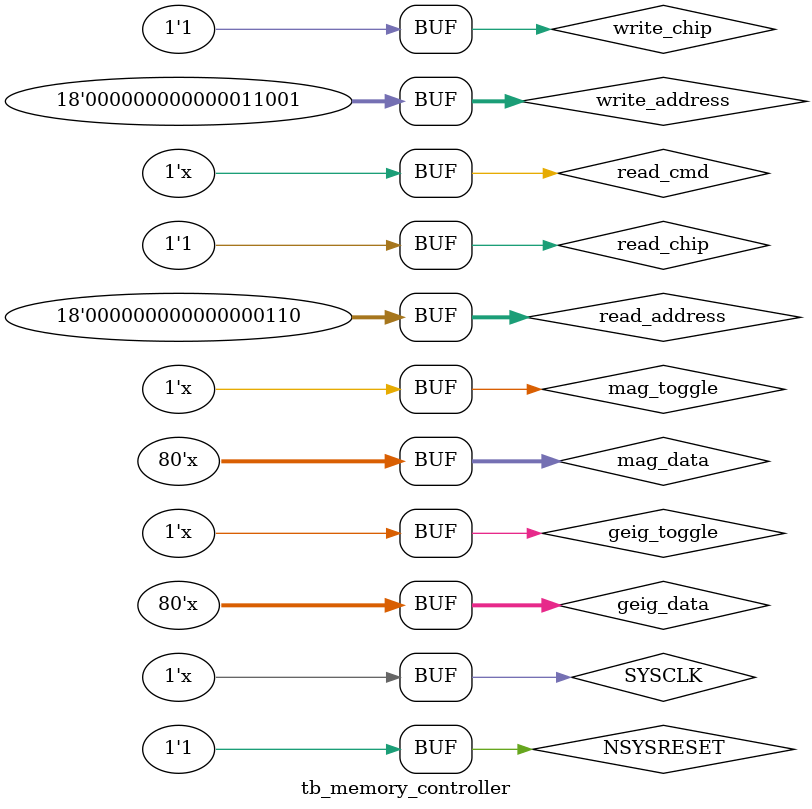
<source format=v>


`timescale 1ns/100ps

module tb_memory_controller;

parameter SYSCLK_PERIOD = 20.8333;// 48.0001MHZ

reg SYSCLK;
reg NSYSRESET;
reg read_cmd;
reg sram_status;
reg [79:0] mag_data;
reg [79:0] geig_data;
reg [17:0] read_address;
reg [17:0] write_address;
reg read_chip;
reg write_chip;
reg mag_toggle;
reg geig_toggle;
reg [5:0] mag_count;

initial
begin
    SYSCLK = 1'b0;
    NSYSRESET = 1'b0;
    sram_status = 1'b0;
    mag_data = 80'b0;
    geig_data = 80'b0;
    read_address = 6;
    read_chip=1;
    write_address = 25;
    write_chip=1;
    mag_toggle=1'b0;
    geig_toggle=1'b0;
    mag_count=0;
    read_cmd=1'b0;
end

//////////////////////////////////////////////////////////////////////
// Reset Pulse
//////////////////////////////////////////////////////////////////////
initial
begin
    #(SYSCLK_PERIOD * 1 )
        NSYSRESET = 1'b1;
    #(SYSCLK_PERIOD * 2 )
        NSYSRESET = 1'b0;
    #(SYSCLK_PERIOD * 3 )
        NSYSRESET = 1'b1;
        
end


wire next_read,next_write,chip_select;
wire [1:0] cmd_out;
wire [15:0] data_out;
wire [17:0] address_out;



//////////////////////////////////////////////////////////////////////
// Clock Driver
//////////////////////////////////////////////////////////////////////
always @(SYSCLK) begin
    #(SYSCLK_PERIOD / 2.0) SYSCLK <= !SYSCLK;
end

always @(SYSCLK)
    #(SYSCLK_PERIOD*1000) mag_toggle<=!mag_toggle;
always @(SYSCLK)
    #(SYSCLK_PERIOD*1000) geig_toggle<=!geig_toggle;
always @(SYSCLK)
    #(SYSCLK_PERIOD*1000) read_cmd<=!read_cmd;

always @(SYSCLK) begin
    if (mag_toggle==1'b1) begin
        mag_data=mag_data+10;
        mag_toggle=1'b0;
    end

    if (geig_toggle==1'b1) begin
        geig_data=geig_data+1;
        geig_toggle=1'b0;
    end

    if ((cmd_out==1) || (cmd_out==2)) begin
        sram_status = 1'b1;
    end else if ((sram_status==1'b1) && (mag_count<10)) begin
        mag_count=mag_count+1;
    end else if (mag_count==10) begin
        mag_count=0;
        sram_status=1'b0;
    end
    
end
//////////////////////////////////////////////////////////////////////
// Instantiate Unit Under Test:  memory_controller
//////////////////////////////////////////////////////////////////////
memory_controller memory_controller_0 (
    // Inputs
    .CLK_48MHZ(SYSCLK),
    .RESET(NSYSRESET),
    .SRAM_STATUS(sram_status),
    .READ_CMD(read_cmd),
    .GEIG_DATA(geig_data),
    .MAG_DATA(mag_data),
    .READ_ADDRESS(read_address),
    .READ_CHIP_SELECT(read_chip),
    .WRITE_ADDRESS(write_address),
    .WRITE_CHIP_SELECT(write_chip),

    // Outputs
    .NEXT_READ(next_read ),
    .NEXT_WRITE( next_write),
    .DATA_OUT(data_out ),
    .CMD_OUT(cmd_out),
    .ADDRESS_OUT(address_out),
    .CHIP_SELECT(chip_select)

    // Inouts

);

endmodule


</source>
